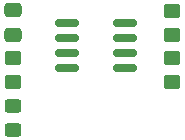
<source format=gbr>
%TF.GenerationSoftware,KiCad,Pcbnew,8.0.6*%
%TF.CreationDate,2025-06-23T21:39:08+01:00*%
%TF.ProjectId,blinky,626c696e-6b79-42e6-9b69-6361645f7063,0.1*%
%TF.SameCoordinates,Original*%
%TF.FileFunction,Soldermask,Top*%
%TF.FilePolarity,Negative*%
%FSLAX46Y46*%
G04 Gerber Fmt 4.6, Leading zero omitted, Abs format (unit mm)*
G04 Created by KiCad (PCBNEW 8.0.6) date 2025-06-23 21:39:08*
%MOMM*%
%LPD*%
G01*
G04 APERTURE LIST*
G04 Aperture macros list*
%AMRoundRect*
0 Rectangle with rounded corners*
0 $1 Rounding radius*
0 $2 $3 $4 $5 $6 $7 $8 $9 X,Y pos of 4 corners*
0 Add a 4 corners polygon primitive as box body*
4,1,4,$2,$3,$4,$5,$6,$7,$8,$9,$2,$3,0*
0 Add four circle primitives for the rounded corners*
1,1,$1+$1,$2,$3*
1,1,$1+$1,$4,$5*
1,1,$1+$1,$6,$7*
1,1,$1+$1,$8,$9*
0 Add four rect primitives between the rounded corners*
20,1,$1+$1,$2,$3,$4,$5,0*
20,1,$1+$1,$4,$5,$6,$7,0*
20,1,$1+$1,$6,$7,$8,$9,0*
20,1,$1+$1,$8,$9,$2,$3,0*%
G04 Aperture macros list end*
%ADD10RoundRect,0.250000X0.450000X-0.325000X0.450000X0.325000X-0.450000X0.325000X-0.450000X-0.325000X0*%
%ADD11RoundRect,0.250000X-0.450000X0.350000X-0.450000X-0.350000X0.450000X-0.350000X0.450000X0.350000X0*%
%ADD12RoundRect,0.150000X-0.825000X-0.150000X0.825000X-0.150000X0.825000X0.150000X-0.825000X0.150000X0*%
%ADD13RoundRect,0.250000X0.475000X-0.337500X0.475000X0.337500X-0.475000X0.337500X-0.475000X-0.337500X0*%
G04 APERTURE END LIST*
D10*
%TO.C,D1*%
X98200000Y-66250000D03*
X98200000Y-64200000D03*
%TD*%
D11*
%TO.C,R2*%
X111700000Y-60200000D03*
X111700000Y-62200000D03*
%TD*%
%TO.C,R3*%
X98200000Y-60200000D03*
X98200000Y-62200000D03*
%TD*%
%TO.C,R1*%
X111700000Y-56200000D03*
X111700000Y-58200000D03*
%TD*%
D12*
%TO.C,U1*%
X102750000Y-57200000D03*
X102750000Y-58470000D03*
X102750000Y-59740000D03*
X102750000Y-61010000D03*
X107700000Y-61010000D03*
X107700000Y-59740000D03*
X107700000Y-58470000D03*
X107700000Y-57200000D03*
%TD*%
D13*
%TO.C,C1*%
X98200000Y-58200000D03*
X98200000Y-56125000D03*
%TD*%
M02*

</source>
